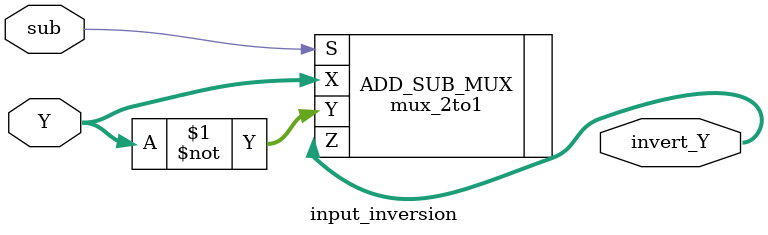
<source format=v>
`timescale 1ns / 1ps
`default_nettype none //helps catch typo-related bugs
module input_inversion(Y,sub,invert_Y);

	//parameter definitions
	
	//port definitions - customize for different bit widths
	input wire [31:0] Y;
	input wire sub;
	output wire [31:0] invert_Y;
	
	mux_2to1 #(.N(32)) ADD_SUB_MUX (.X(Y),.Y(~Y),.S(sub),.Z(invert_Y));

endmodule
`default_nettype wire //some Xilinx IP requires that the default_nettype be set to wire

</source>
